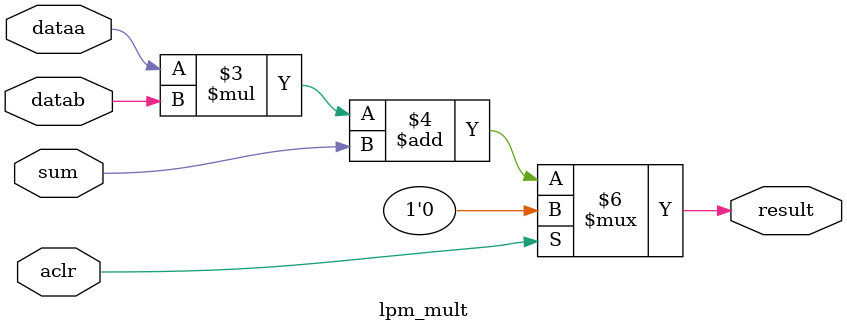
<source format=v>
`timescale 1ns / 1ps

module lpm_mult (
    result, 
    dataa, 
    datab, 
    sum, 
    //clock, 
    //clken, 
    aclr
);
    parameter lpm_type = "lpm_mult";
    parameter lpm_widtha = 1;
    parameter lpm_widthb = 1;
    parameter lpm_widths = 1;
    parameter lpm_widthp = 1;
    parameter lpm_representation  = "UNSIGNED";
    parameter lpm_pipeline  = 0;
    parameter lpm_hint = "UNUSED";
    output reg [lpm_widthp-1:0] result;

   // input clock;
    //input clken;
    input aclr;
    input [lpm_widtha-1:0] dataa;
    input [lpm_widthb-1:0] datab;
    input [lpm_widths-1:0] sum;
    //output[lpm_widthp-1:0] result;

    always @(*) begin
        begin
            if(aclr!=0)
                result <= 0;
            else
                result <= dataa * datab + sum;
        end
    end
endmodule

</source>
